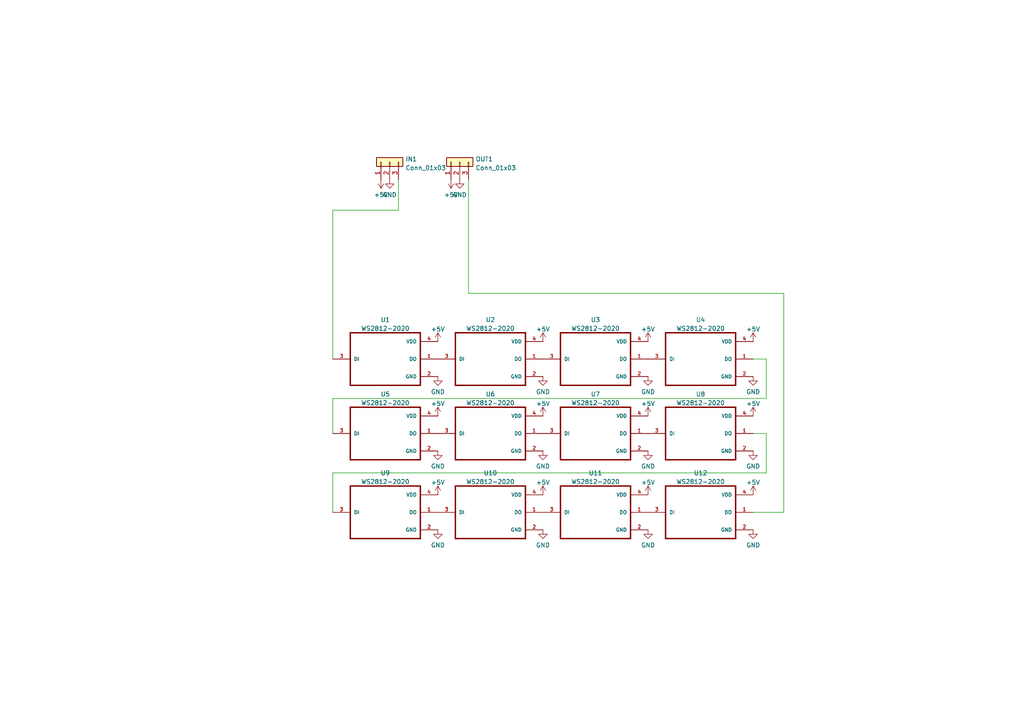
<source format=kicad_sch>
(kicad_sch (version 20211123) (generator eeschema)
  (paper "A4")
  (lib_symbols
    (symbol "Connector_Generic:Conn_01x03" (pin_names (offset 1.016) hide)
      (property "Reference" "J" (at 0 5.08 0))
      (property "Value" "Conn_01x03" (at 0 -5.08 0))
      (symbol "Conn_01x03_1_1"
        (rectangle (start -1.27 -2.413) (end 0 -2.667) (stroke (width 0.1524)))
        (rectangle (start -1.27 0.127) (end 0 -0.127) (stroke (width 0.1524)))
        (rectangle (start -1.27 2.667) (end 0 2.413) (stroke (width 0.1524)))
        (rectangle (start -1.27 3.81) (end 1.27 -3.81) (stroke (width 0.254)) (fill (type background)))
        (pin passive line (at -5.08 2.54 0) (length 3.81) (name "Pin_1") (number "1"))
        (pin passive line (at -5.08 0 0) (length 3.81) (name "Pin_2") (number "2"))
        (pin passive line (at -5.08 -2.54 0) (length 3.81) (name "Pin_3") (number "3"))
      )
    )
    (symbol "WS2812-2020:WS2812-2020" (pin_names (offset 1.016))
      (property "Reference" "U" (at -10.1854 7.6454 0))
      (property "Value" "WS2812-2020" (at -10.1854 -10.1854 0))
      (symbol "WS2812-2020_0_0"
        (polyline (pts (xy -10.16 -7.62) (xy -10.16 -5.08)) (stroke (width 0.4064)))
        (polyline (pts (xy -10.16 -5.08) (xy -10.16 7.62)) (stroke (width 0.4064)))
        (polyline (pts (xy -10.16 7.62) (xy 10.16 7.62)) (stroke (width 0.4064)))
        (polyline (pts (xy 10.16 -7.62) (xy -10.16 -7.62)) (stroke (width 0.4064)))
        (polyline (pts (xy 10.16 7.62) (xy 10.16 -7.62)) (stroke (width 0.4064)))
        (pin output line (at 15.24 0 180) (length 5.08) (name "DO") (number "1"))
        (pin power_in line (at 15.24 -5.08 180) (length 5.08) (name "GND") (number "2"))
        (pin input line (at -15.24 0 0) (length 5.08) (name "DI") (number "3"))
        (pin power_in line (at 15.24 5.08 180) (length 5.08) (name "VDD") (number "4"))
      )
    )
    (symbol "power:+5V" (power) (pin_names (offset 0))
      (property "Value" "+5V" (at 0 3.556 0))
      (symbol "+5V_0_1"
        (polyline (pts (xy -0.762 1.27) (xy 0 2.54)))
        (polyline (pts (xy 0 0) (xy 0 2.54)))
        (polyline (pts (xy 0 2.54) (xy 0.762 1.27)))
      )
      (symbol "+5V_1_1"
        (pin power_in line (at 0 0 90) (length 0) hide (name "+5V") (number "1"))
      )
    )
    (symbol "power:GND" (power) (pin_names (offset 0))
      (property "Value" "GND" (at 0 -3.81 0))
      (symbol "GND_0_1"
        (polyline (pts (xy 0 0) (xy 0 -1.27) (xy 1.27 -1.27) (xy 0 -2.54) (xy -1.27 -1.27) (xy 0 -1.27)))
      )
      (symbol "GND_1_1"
        (pin power_in line (at 0 0 270) (length 0) hide (name "GND") (number "1"))
      )
    )
  )
  (wire (pts (xy 96.52 115.57) (xy 96.52 125.73)))
  (wire (pts (xy 96.52 60.96) (xy 115.57 60.96)))
  (wire (pts (xy 115.57 60.96) (xy 115.57 52.07)))
  (wire (pts (xy 218.44 125.73) (xy 222.25 125.73)))
  (wire (pts (xy 227.33 85.09) (xy 227.33 148.59)))
  (wire (pts (xy 96.52 137.16) (xy 96.52 148.59)))
  (wire (pts (xy 218.44 104.14) (xy 222.25 104.14)))
  (wire (pts (xy 222.25 104.14) (xy 222.25 115.57)))
  (wire (pts (xy 222.25 125.73) (xy 222.25 137.16)))
  (wire (pts (xy 96.52 104.14) (xy 96.52 60.96)))
  (wire (pts (xy 227.33 85.09) (xy 135.89 85.09)))
  (wire (pts (xy 222.25 137.16) (xy 96.52 137.16)))
  (wire (pts (xy 218.44 148.59) (xy 227.33 148.59)))
  (wire (pts (xy 135.89 85.09) (xy 135.89 52.07)))
  (wire (pts (xy 222.25 115.57) (xy 96.52 115.57)))
  (symbol (lib_id "power:+5V") (at 218.44 120.65 0) (unit 1)
    (property "Reference" "#PWR0105" (effects hide))
    (property "Value" "+5V" (at 218.44 117.0742 0))
  )
  (symbol (lib_id "WS2812-2020:WS2812-2020") (at 111.76 125.73 0) (unit 1)
    (property "Reference" "U5" (at 111.76 114.334 0))
    (property "Value" "WS2812-2020" (at 111.76 116.8709 0))
    (property "Footprint" "LED_WS2812-2020" (effects hide))
    (property "STANDARD" "Manufacturer Recommendations" (effects hide))
    (property "MANUFACTURER" "Worldsemi" (effects hide))
    (property "LCSC" "C965555" (effects hide))
  )
  (symbol (lib_id "power:GND") (at 127 130.81 0) (unit 1)
    (property "Reference" "#PWR0117" (effects hide))
    (property "Value" "GND" (at 127 135.2534 0))
  )
  (symbol (lib_id "power:GND") (at 157.48 153.67 0) (unit 1)
    (property "Reference" "#PWR0123" (effects hide))
    (property "Value" "GND" (at 157.48 158.1134 0))
  )
  (symbol (lib_id "power:GND") (at 218.44 130.81 0) (unit 1)
    (property "Reference" "#PWR0106" (effects hide))
    (property "Value" "GND" (at 218.44 135.2534 0))
  )
  (symbol (lib_id "power:GND") (at 127 153.67 0) (unit 1)
    (property "Reference" "#PWR0127" (effects hide))
    (property "Value" "GND" (at 127 158.1134 0))
  )
  (symbol (lib_id "power:+5V") (at 127 99.06 0) (unit 1)
    (property "Reference" "#PWR0115" (effects hide))
    (property "Value" "+5V" (at 127 95.4842 0))
  )
  (symbol (lib_id "WS2812-2020:WS2812-2020") (at 142.24 148.59 0) (unit 1)
    (property "Reference" "U10" (at 142.24 137.194 0))
    (property "Value" "WS2812-2020" (at 142.24 139.7309 0))
    (property "Footprint" "LED_WS2812-2020" (effects hide))
    (property "STANDARD" "Manufacturer Recommendations" (effects hide))
    (property "MANUFACTURER" "Worldsemi" (effects hide))
    (property "LCSC" "C965555" (effects hide))
  )
  (symbol (lib_id "power:GND") (at 113.03 52.07 0) (unit 1)
    (property "Reference" "#PWR0119" (effects hide))
    (property "Value" "GND" (at 113.03 56.5134 0))
  )
  (symbol (lib_id "WS2812-2020:WS2812-2020") (at 203.2 148.59 0) (unit 1)
    (property "Reference" "U12" (at 203.2 137.194 0))
    (property "Value" "WS2812-2020" (at 203.2 139.7309 0))
    (property "Footprint" "LED_WS2812-2020" (effects hide))
    (property "STANDARD" "Manufacturer Recommendations" (effects hide))
    (property "MANUFACTURER" "Worldsemi" (effects hide))
    (property "LCSC" "C965555" (effects hide))
  )
  (symbol (lib_id "Connector_Generic:Conn_01x03") (at 113.03 46.99 90) (unit 1)
    (property "Reference" "IN1" (at 117.602 46.1553 90) (effects (justify right)))
    (property "Value" "Conn_01x03" (at 117.602 48.6922 90) (effects (justify right)))
    (property "Footprint" "Connector_JST:JST_PH_B3B-PH-K_1x03_P2.00mm_Vertical" (effects hide))
    (property "LCSC" "C131339" (effects hide))
  )
  (symbol (lib_id "WS2812-2020:WS2812-2020") (at 111.76 104.14 0) (unit 1)
    (property "Reference" "U1" (at 111.76 92.744 0))
    (property "Value" "WS2812-2020" (at 111.76 95.2809 0))
    (property "Footprint" "LED_WS2812-2020" (effects hide))
    (property "STANDARD" "Manufacturer Recommendations" (effects hide))
    (property "MANUFACTURER" "Worldsemi" (effects hide))
    (property "LCSC" "C965555" (effects hide))
  )
  (symbol (lib_id "power:+5V") (at 157.48 143.51 0) (unit 1)
    (property "Reference" "#PWR0124" (effects hide))
    (property "Value" "+5V" (at 157.48 139.9342 0))
  )
  (symbol (lib_id "power:GND") (at 218.44 109.22 0) (unit 1)
    (property "Reference" "#PWR0104" (effects hide))
    (property "Value" "GND" (at 218.44 113.6634 0))
  )
  (symbol (lib_id "power:GND") (at 187.96 153.67 0) (unit 1)
    (property "Reference" "#PWR0126" (effects hide))
    (property "Value" "GND" (at 187.96 158.1134 0))
  )
  (symbol (lib_id "power:GND") (at 133.35 52.07 0) (unit 1)
    (property "Reference" "#PWR0120" (effects hide))
    (property "Value" "GND" (at 133.35 56.5134 0))
  )
  (symbol (lib_id "Connector_Generic:Conn_01x03") (at 133.35 46.99 90) (unit 1)
    (property "Reference" "OUT1" (at 137.922 46.1553 90) (effects (justify right)))
    (property "Value" "Conn_01x03" (at 137.922 48.6922 90) (effects (justify right)))
    (property "Footprint" "Connector_JST:JST_PH_B3B-PH-K_1x03_P2.00mm_Vertical" (effects hide))
    (property "LCSC" "C131339" (effects hide))
  )
  (symbol (lib_id "WS2812-2020:WS2812-2020") (at 142.24 125.73 0) (unit 1)
    (property "Reference" "U6" (at 142.24 114.334 0))
    (property "Value" "WS2812-2020" (at 142.24 116.8709 0))
    (property "Footprint" "LED_WS2812-2020" (effects hide))
    (property "STANDARD" "Manufacturer Recommendations" (effects hide))
    (property "MANUFACTURER" "Worldsemi" (effects hide))
    (property "LCSC" "C965555" (effects hide))
  )
  (symbol (lib_id "power:+5V") (at 157.48 120.65 0) (unit 1)
    (property "Reference" "#PWR0112" (effects hide))
    (property "Value" "+5V" (at 157.48 117.0742 0))
  )
  (symbol (lib_id "WS2812-2020:WS2812-2020") (at 172.72 125.73 0) (unit 1)
    (property "Reference" "U7" (at 172.72 114.334 0))
    (property "Value" "WS2812-2020" (at 172.72 116.8709 0))
    (property "Footprint" "LED_WS2812-2020" (effects hide))
    (property "STANDARD" "Manufacturer Recommendations" (effects hide))
    (property "MANUFACTURER" "Worldsemi" (effects hide))
    (property "LCSC" "C965555" (effects hide))
  )
  (symbol (lib_id "power:GND") (at 127 109.22 0) (unit 1)
    (property "Reference" "#PWR0118" (effects hide))
    (property "Value" "GND" (at 127 113.6634 0))
  )
  (symbol (lib_id "power:GND") (at 157.48 109.22 0) (unit 1)
    (property "Reference" "#PWR0113" (effects hide))
    (property "Value" "GND" (at 157.48 113.6634 0))
  )
  (symbol (lib_id "power:+5V") (at 187.96 120.65 0) (unit 1)
    (property "Reference" "#PWR0110" (effects hide))
    (property "Value" "+5V" (at 187.96 117.0742 0))
  )
  (symbol (lib_id "power:+5V") (at 187.96 99.06 0) (unit 1)
    (property "Reference" "#PWR0109" (effects hide))
    (property "Value" "+5V" (at 187.96 95.4842 0))
  )
  (symbol (lib_id "power:+5V") (at 157.48 99.06 0) (unit 1)
    (property "Reference" "#PWR0108" (effects hide))
    (property "Value" "+5V" (at 157.48 95.4842 0))
  )
  (symbol (lib_id "power:GND") (at 157.48 130.81 0) (unit 1)
    (property "Reference" "#PWR0114" (effects hide))
    (property "Value" "GND" (at 157.48 135.2534 0))
  )
  (symbol (lib_id "WS2812-2020:WS2812-2020") (at 203.2 104.14 0) (unit 1)
    (property "Reference" "U4" (at 203.2 92.744 0))
    (property "Value" "WS2812-2020" (at 203.2 95.2809 0))
    (property "Footprint" "LED_WS2812-2020" (effects hide))
    (property "STANDARD" "Manufacturer Recommendations" (effects hide))
    (property "MANUFACTURER" "Worldsemi" (effects hide))
    (property "LCSC" "C965555" (effects hide))
  )
  (symbol (lib_id "power:+5V") (at 130.81 52.07 180) (unit 1)
    (property "Reference" "#PWR0102" (effects hide))
    (property "Value" "+5V" (at 130.81 56.5134 0))
  )
  (symbol (lib_id "power:+5V") (at 127 143.51 0) (unit 1)
    (property "Reference" "#PWR0128" (effects hide))
    (property "Value" "+5V" (at 127 139.9342 0))
  )
  (symbol (lib_id "power:+5V") (at 127 120.65 0) (unit 1)
    (property "Reference" "#PWR0116" (effects hide))
    (property "Value" "+5V" (at 127 117.0742 0))
  )
  (symbol (lib_id "power:+5V") (at 218.44 143.51 0) (unit 1)
    (property "Reference" "#PWR0122" (effects hide))
    (property "Value" "+5V" (at 218.44 139.9342 0))
  )
  (symbol (lib_id "power:+5V") (at 187.96 143.51 0) (unit 1)
    (property "Reference" "#PWR0125" (effects hide))
    (property "Value" "+5V" (at 187.96 139.9342 0))
  )
  (symbol (lib_id "WS2812-2020:WS2812-2020") (at 172.72 148.59 0) (unit 1)
    (property "Reference" "U11" (at 172.72 137.194 0))
    (property "Value" "WS2812-2020" (at 172.72 139.7309 0))
    (property "Footprint" "LED_WS2812-2020" (effects hide))
    (property "STANDARD" "Manufacturer Recommendations" (effects hide))
    (property "MANUFACTURER" "Worldsemi" (effects hide))
    (property "LCSC" "C965555" (effects hide))
  )
  (symbol (lib_id "power:+5V") (at 110.49 52.07 180) (unit 1)
    (property "Reference" "#PWR0101" (effects hide))
    (property "Value" "+5V" (at 110.49 56.5134 0))
  )
  (symbol (lib_id "power:GND") (at 218.44 153.67 0) (unit 1)
    (property "Reference" "#PWR0121" (effects hide))
    (property "Value" "GND" (at 218.44 158.1134 0))
  )
  (symbol (lib_id "power:GND") (at 187.96 109.22 0) (unit 1)
    (property "Reference" "#PWR0111" (effects hide))
    (property "Value" "GND" (at 187.96 113.6634 0))
  )
  (symbol (lib_id "WS2812-2020:WS2812-2020") (at 111.76 148.59 0) (unit 1)
    (property "Reference" "U9" (at 111.76 137.194 0))
    (property "Value" "WS2812-2020" (at 111.76 139.7309 0))
    (property "Footprint" "LED_WS2812-2020" (effects hide))
    (property "STANDARD" "Manufacturer Recommendations" (effects hide))
    (property "MANUFACTURER" "Worldsemi" (effects hide))
    (property "LCSC" "C965555" (effects hide))
  )
  (symbol (lib_id "WS2812-2020:WS2812-2020") (at 172.72 104.14 0) (unit 1)
    (property "Reference" "U3" (at 172.72 92.744 0))
    (property "Value" "WS2812-2020" (at 172.72 95.2809 0))
    (property "Footprint" "LED_WS2812-2020" (effects hide))
    (property "STANDARD" "Manufacturer Recommendations" (effects hide))
    (property "MANUFACTURER" "Worldsemi" (effects hide))
    (property "LCSCL" "C965555" (effects hide))
  )
  (symbol (lib_id "WS2812-2020:WS2812-2020") (at 142.24 104.14 0) (unit 1)
    (property "Reference" "U2" (at 142.24 92.744 0))
    (property "Value" "WS2812-2020" (at 142.24 95.2809 0))
    (property "Footprint" "LED_WS2812-2020" (effects hide))
    (property "STANDARD" "Manufacturer Recommendations" (effects hide))
    (property "MANUFACTURER" "Worldsemi" (effects hide))
    (property "LCSC" "C965555" (effects hide))
  )
  (symbol (lib_id "power:+5V") (at 218.44 99.06 0) (unit 1)
    (property "Reference" "#PWR0103" (effects hide))
    (property "Value" "+5V" (at 218.44 95.4842 0))
  )
  (symbol (lib_id "WS2812-2020:WS2812-2020") (at 203.2 125.73 0) (unit 1)
    (property "Reference" "U8" (at 203.2 114.334 0))
    (property "Value" "WS2812-2020" (at 203.2 116.8709 0))
    (property "Footprint" "LED_WS2812-2020" (effects hide))
    (property "STANDARD" "Manufacturer Recommendations" (effects hide))
    (property "MANUFACTURER" "Worldsemi" (effects hide))
    (property "LCSC" "C965555" (effects hide))
  )
  (symbol (lib_id "power:GND") (at 187.96 130.81 0) (unit 1)
    (property "Reference" "#PWR0107" (effects hide))
    (property "Value" "GND" (at 187.96 135.2534 0))
  )
)
</source>
